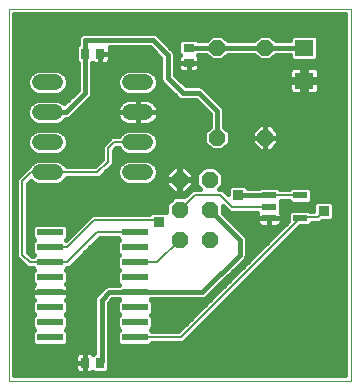
<source format=gtl>
G75*
G70*
%OFA0B0*%
%FSLAX24Y24*%
%IPPOS*%
%LPD*%
%AMOC8*
5,1,8,0,0,1.08239X$1,22.5*
%
%ADD10C,0.0000*%
%ADD11OC8,0.0560*%
%ADD12C,0.0520*%
%ADD13R,0.0472X0.0217*%
%ADD14R,0.0276X0.0354*%
%ADD15R,0.0354X0.0276*%
%ADD16OC8,0.0520*%
%ADD17R,0.0630X0.0551*%
%ADD18R,0.0866X0.0236*%
%ADD19C,0.0160*%
%ADD20C,0.0080*%
%ADD21R,0.0356X0.0356*%
D10*
X000181Y000181D02*
X000181Y012581D01*
X011581Y012581D01*
X011581Y000181D01*
X000181Y000181D01*
D11*
X005881Y004881D03*
X005881Y005881D03*
X005881Y006881D03*
X006881Y006881D03*
X006881Y005881D03*
X006881Y004881D03*
D12*
X004741Y007131D02*
X004221Y007131D01*
X004221Y008131D02*
X004741Y008131D01*
X004741Y009131D02*
X004221Y009131D01*
X004221Y010131D02*
X004741Y010131D01*
X001741Y010131D02*
X001221Y010131D01*
X001221Y009131D02*
X001741Y009131D01*
X001741Y008131D02*
X001221Y008131D01*
X001221Y007131D02*
X001741Y007131D01*
D13*
X008870Y006355D03*
X008870Y005981D03*
X008870Y005607D03*
X009893Y005607D03*
X009893Y006355D03*
D14*
X003237Y011081D03*
X002726Y011081D03*
X002726Y000781D03*
X003237Y000781D03*
D15*
X006181Y010776D03*
X006181Y011287D03*
D16*
X007131Y011281D03*
X008731Y011281D03*
X008731Y008281D03*
X007131Y008281D03*
D17*
X010031Y010180D03*
X010031Y011283D03*
D18*
X004399Y005131D03*
X004399Y004631D03*
X004399Y004131D03*
X004399Y003631D03*
X004399Y003131D03*
X004399Y002631D03*
X004399Y002131D03*
X004399Y001631D03*
X001564Y001631D03*
X001564Y002131D03*
X001564Y002631D03*
X001564Y003131D03*
X001564Y003631D03*
X001564Y004131D03*
X001564Y004631D03*
X001564Y005131D03*
D19*
X002063Y005409D02*
X001065Y005409D01*
X000971Y005316D01*
X000971Y004947D01*
X001037Y004881D01*
X000971Y004816D01*
X000971Y004447D01*
X001037Y004381D01*
X000987Y004331D01*
X000964Y004331D01*
X000831Y004464D01*
X000831Y006749D01*
X000921Y006838D01*
X000984Y006775D01*
X001138Y006711D01*
X001825Y006711D01*
X001979Y006775D01*
X002097Y006894D01*
X002113Y006931D01*
X003049Y006931D01*
X003214Y006931D01*
X003564Y007281D01*
X003681Y007399D01*
X003681Y007849D01*
X003764Y007931D01*
X003850Y007931D01*
X003865Y007894D01*
X003984Y007775D01*
X004138Y007711D01*
X004825Y007711D01*
X004979Y007775D01*
X005097Y007894D01*
X005161Y008048D01*
X005161Y008215D01*
X005097Y008369D01*
X004979Y008487D01*
X004825Y008551D01*
X004138Y008551D01*
X003984Y008487D01*
X003865Y008369D01*
X003850Y008331D01*
X003599Y008331D01*
X003481Y008214D01*
X003281Y008014D01*
X003281Y007849D01*
X003281Y007564D01*
X003049Y007331D01*
X002113Y007331D01*
X002097Y007369D01*
X001979Y007487D01*
X001825Y007551D01*
X001138Y007551D01*
X000984Y007487D01*
X000865Y007369D01*
X000850Y007331D01*
X000849Y007331D01*
X000549Y007031D01*
X000431Y006914D01*
X000431Y004464D01*
X000431Y004299D01*
X000799Y003931D01*
X000964Y003931D01*
X000987Y003931D01*
X001037Y003881D01*
X000971Y003816D01*
X000971Y003447D01*
X001023Y003395D01*
X001020Y003394D01*
X000987Y003360D01*
X000963Y003319D01*
X000951Y003273D01*
X000951Y003132D01*
X001564Y003132D01*
X001564Y003131D01*
X000951Y003131D01*
X000951Y002990D01*
X000963Y002944D01*
X000987Y002903D01*
X001020Y002869D01*
X001023Y002868D01*
X000971Y002816D01*
X000971Y002447D01*
X001037Y002381D01*
X000971Y002316D01*
X000971Y001947D01*
X001037Y001881D01*
X000971Y001816D01*
X000971Y001447D01*
X001065Y001353D01*
X002063Y001353D01*
X002157Y001447D01*
X002157Y001816D01*
X002091Y001881D01*
X002157Y001947D01*
X002157Y002316D01*
X002091Y002381D01*
X002157Y002447D01*
X002157Y002816D01*
X002105Y002868D01*
X002108Y002869D01*
X002141Y002903D01*
X002165Y002944D01*
X002177Y002990D01*
X002177Y003131D01*
X001564Y003131D01*
X001564Y003132D01*
X002177Y003132D01*
X002177Y003273D01*
X002165Y003319D01*
X002141Y003360D01*
X002108Y003394D01*
X002105Y003395D01*
X002157Y003447D01*
X002157Y003816D01*
X002091Y003881D01*
X002142Y003931D01*
X002214Y003931D01*
X003214Y004931D01*
X003821Y004931D01*
X003871Y004881D01*
X003806Y004816D01*
X003806Y004447D01*
X003871Y004381D01*
X003806Y004316D01*
X003806Y003947D01*
X003871Y003881D01*
X003806Y003816D01*
X003806Y003447D01*
X003871Y003381D01*
X003861Y003371D01*
X003579Y003371D01*
X003484Y003371D01*
X003395Y003335D01*
X003145Y003085D01*
X003078Y003017D01*
X003041Y002929D01*
X003041Y001119D01*
X003033Y001119D01*
X002996Y001081D01*
X002974Y001103D01*
X002933Y001126D01*
X002887Y001139D01*
X002726Y001139D01*
X002726Y000782D01*
X002725Y000782D01*
X002725Y001139D01*
X002564Y001139D01*
X002518Y001126D01*
X002477Y001103D01*
X002444Y001069D01*
X002420Y001028D01*
X002408Y000982D01*
X002408Y000782D01*
X002725Y000782D01*
X002725Y000781D01*
X002408Y000781D01*
X002408Y000581D01*
X002420Y000535D01*
X002444Y000494D01*
X002477Y000460D01*
X002518Y000437D01*
X002564Y000424D01*
X002725Y000424D01*
X002725Y000781D01*
X002726Y000781D01*
X002726Y000424D01*
X002887Y000424D01*
X002933Y000437D01*
X002974Y000460D01*
X002996Y000482D01*
X003033Y000444D01*
X003441Y000444D01*
X003535Y000538D01*
X003535Y001025D01*
X003521Y001039D01*
X003521Y002782D01*
X003631Y002891D01*
X003861Y002891D01*
X003871Y002881D01*
X003806Y002816D01*
X003806Y002447D01*
X003871Y002381D01*
X003806Y002316D01*
X003806Y001947D01*
X003871Y001881D01*
X003806Y001816D01*
X003806Y001447D01*
X003899Y001353D01*
X004898Y001353D01*
X004976Y001431D01*
X005834Y001431D01*
X006000Y001431D01*
X009908Y005339D01*
X010196Y005339D01*
X010288Y005431D01*
X010399Y005431D01*
X010564Y005431D01*
X010626Y005493D01*
X010926Y005493D01*
X011019Y005587D01*
X011019Y006076D01*
X010926Y006169D01*
X010437Y006169D01*
X010343Y006076D01*
X010343Y005831D01*
X010240Y005831D01*
X010196Y005876D01*
X009591Y005876D01*
X009497Y005782D01*
X009497Y005494D01*
X005834Y001831D01*
X004976Y001831D01*
X004926Y001881D01*
X004992Y001947D01*
X004992Y002316D01*
X004926Y002381D01*
X004992Y002447D01*
X004992Y002816D01*
X004926Y002881D01*
X004936Y002891D01*
X006584Y002891D01*
X006679Y002891D01*
X006767Y002928D01*
X008085Y004245D01*
X008121Y004334D01*
X008121Y004429D01*
X008121Y004834D01*
X008121Y004929D01*
X008085Y005017D01*
X007321Y005781D01*
X007321Y006009D01*
X007431Y005899D01*
X007549Y005781D01*
X008465Y005781D01*
X008453Y005739D01*
X008453Y005608D01*
X008869Y005608D01*
X008869Y005607D01*
X008453Y005607D01*
X008453Y005475D01*
X008466Y005430D01*
X008489Y005389D01*
X008523Y005355D01*
X008564Y005331D01*
X008610Y005319D01*
X008869Y005319D01*
X008869Y005607D01*
X008870Y005607D01*
X008870Y005608D01*
X009286Y005608D01*
X009286Y005739D01*
X009274Y005785D01*
X009263Y005804D01*
X009266Y005807D01*
X009266Y006155D01*
X009522Y006155D01*
X009591Y006087D01*
X010196Y006087D01*
X010289Y006181D01*
X010289Y006530D01*
X010196Y006624D01*
X009591Y006624D01*
X009522Y006555D01*
X009240Y006555D01*
X009172Y006624D01*
X008567Y006624D01*
X008539Y006595D01*
X008169Y006595D01*
X008169Y006626D01*
X008076Y006719D01*
X007587Y006719D01*
X007493Y006626D01*
X007493Y006402D01*
X007314Y006581D01*
X007204Y006581D01*
X007321Y006699D01*
X007321Y007064D01*
X007064Y007321D01*
X006699Y007321D01*
X006441Y007064D01*
X006441Y006699D01*
X006559Y006581D01*
X006299Y006581D01*
X006181Y006464D01*
X006039Y006321D01*
X005699Y006321D01*
X005441Y006064D01*
X005441Y005804D01*
X005426Y005819D01*
X004937Y005819D01*
X004849Y005731D01*
X002949Y005731D01*
X002831Y005614D01*
X002095Y004878D01*
X002091Y004881D01*
X002157Y004947D01*
X002157Y005316D01*
X002063Y005409D01*
X002157Y005255D02*
X002472Y005255D01*
X002313Y005096D02*
X002157Y005096D01*
X002148Y004938D02*
X002155Y004938D01*
X002631Y005413D02*
X000831Y005413D01*
X000831Y005572D02*
X002789Y005572D01*
X002948Y005730D02*
X000831Y005730D01*
X000831Y005889D02*
X005441Y005889D01*
X005441Y006048D02*
X000831Y006048D01*
X000831Y006206D02*
X005584Y006206D01*
X005691Y006421D02*
X005421Y006691D01*
X005421Y006871D01*
X005871Y006871D01*
X005871Y006891D01*
X005421Y006891D01*
X005421Y007072D01*
X005691Y007341D01*
X005871Y007341D01*
X005871Y006892D01*
X005891Y006892D01*
X005891Y007341D01*
X006072Y007341D01*
X006341Y007072D01*
X006341Y006891D01*
X005892Y006891D01*
X005892Y006871D01*
X006341Y006871D01*
X006341Y006691D01*
X006072Y006421D01*
X005891Y006421D01*
X005891Y006871D01*
X005871Y006871D01*
X005871Y006421D01*
X005691Y006421D01*
X005589Y006523D02*
X000831Y006523D01*
X000831Y006365D02*
X006082Y006365D01*
X006174Y006523D02*
X006240Y006523D01*
X006332Y006682D02*
X006459Y006682D01*
X006441Y006840D02*
X006341Y006840D01*
X006341Y006999D02*
X006441Y006999D01*
X006535Y007157D02*
X006256Y007157D01*
X006097Y007316D02*
X006694Y007316D01*
X007069Y007316D02*
X011401Y007316D01*
X011401Y007157D02*
X007228Y007157D01*
X007321Y006999D02*
X011401Y006999D01*
X011401Y006840D02*
X007321Y006840D01*
X007304Y006682D02*
X007549Y006682D01*
X007493Y006523D02*
X007372Y006523D01*
X007831Y006381D02*
X007857Y006355D01*
X008870Y006355D01*
X009266Y006048D02*
X010343Y006048D01*
X010343Y005889D02*
X009266Y005889D01*
X009286Y005730D02*
X009497Y005730D01*
X009497Y005572D02*
X009286Y005572D01*
X009286Y005607D02*
X008870Y005607D01*
X008870Y005319D01*
X009130Y005319D01*
X009175Y005331D01*
X009216Y005355D01*
X009250Y005389D01*
X009274Y005430D01*
X009286Y005475D01*
X009286Y005607D01*
X009264Y005413D02*
X009416Y005413D01*
X009258Y005255D02*
X007847Y005255D01*
X007689Y005413D02*
X008475Y005413D01*
X008453Y005572D02*
X007530Y005572D01*
X007372Y005730D02*
X008453Y005730D01*
X008869Y005572D02*
X008870Y005572D01*
X008869Y005413D02*
X008870Y005413D01*
X009099Y005096D02*
X008006Y005096D01*
X008118Y004938D02*
X008941Y004938D01*
X008782Y004779D02*
X008121Y004779D01*
X008121Y004621D02*
X008624Y004621D01*
X008465Y004462D02*
X008121Y004462D01*
X008109Y004304D02*
X008307Y004304D01*
X008148Y004145D02*
X007984Y004145D01*
X007989Y003986D02*
X007826Y003986D01*
X007831Y003828D02*
X007667Y003828D01*
X007672Y003669D02*
X007509Y003669D01*
X007514Y003511D02*
X007350Y003511D01*
X007355Y003352D02*
X007192Y003352D01*
X007197Y003194D02*
X007033Y003194D01*
X007038Y003035D02*
X006875Y003035D01*
X006880Y002877D02*
X004931Y002877D01*
X004992Y002718D02*
X006721Y002718D01*
X006563Y002560D02*
X004992Y002560D01*
X004946Y002401D02*
X006404Y002401D01*
X006246Y002242D02*
X004992Y002242D01*
X004992Y002084D02*
X006087Y002084D01*
X005928Y001925D02*
X004970Y001925D01*
X003827Y001925D02*
X003521Y001925D01*
X003521Y001767D02*
X003806Y001767D01*
X003806Y001608D02*
X003521Y001608D01*
X003521Y001450D02*
X003806Y001450D01*
X003521Y001291D02*
X011401Y001291D01*
X011401Y001450D02*
X006018Y001450D01*
X006177Y001608D02*
X011401Y001608D01*
X011401Y001767D02*
X006335Y001767D01*
X006494Y001925D02*
X011401Y001925D01*
X011401Y002084D02*
X006653Y002084D01*
X006811Y002242D02*
X011401Y002242D01*
X011401Y002401D02*
X006970Y002401D01*
X007128Y002560D02*
X011401Y002560D01*
X011401Y002718D02*
X007287Y002718D01*
X007445Y002877D02*
X011401Y002877D01*
X011401Y003035D02*
X007604Y003035D01*
X007762Y003194D02*
X011401Y003194D01*
X011401Y003352D02*
X007921Y003352D01*
X008079Y003511D02*
X011401Y003511D01*
X011401Y003669D02*
X008238Y003669D01*
X008397Y003828D02*
X011401Y003828D01*
X011401Y003986D02*
X008555Y003986D01*
X008714Y004145D02*
X011401Y004145D01*
X011401Y004304D02*
X008872Y004304D01*
X009031Y004462D02*
X011401Y004462D01*
X011401Y004621D02*
X009189Y004621D01*
X009348Y004779D02*
X011401Y004779D01*
X011401Y004938D02*
X009506Y004938D01*
X009665Y005096D02*
X011401Y005096D01*
X011401Y005255D02*
X009823Y005255D01*
X010270Y005413D02*
X011401Y005413D01*
X011401Y005572D02*
X011004Y005572D01*
X011019Y005730D02*
X011401Y005730D01*
X011401Y005889D02*
X011019Y005889D01*
X011019Y006048D02*
X011401Y006048D01*
X011401Y006206D02*
X010289Y006206D01*
X010289Y006365D02*
X011401Y006365D01*
X011401Y006523D02*
X010289Y006523D01*
X011401Y006682D02*
X008114Y006682D01*
X007441Y005889D02*
X007321Y005889D01*
X006881Y005881D02*
X007881Y004881D01*
X007881Y004381D01*
X006631Y003131D01*
X004399Y003131D01*
X003531Y003131D01*
X003281Y002881D01*
X003281Y000826D01*
X003237Y000781D01*
X003535Y000816D02*
X011401Y000816D01*
X011401Y000974D02*
X003535Y000974D01*
X003521Y001133D02*
X011401Y001133D01*
X011401Y000657D02*
X003535Y000657D01*
X003496Y000499D02*
X011401Y000499D01*
X011401Y000361D02*
X011401Y012401D01*
X000361Y012401D01*
X000361Y000361D01*
X011401Y000361D01*
X005891Y006523D02*
X005871Y006523D01*
X005871Y006682D02*
X005891Y006682D01*
X005891Y006840D02*
X005871Y006840D01*
X005871Y006999D02*
X005891Y006999D01*
X005891Y007157D02*
X005871Y007157D01*
X005871Y007316D02*
X005891Y007316D01*
X005665Y007316D02*
X005120Y007316D01*
X005097Y007369D02*
X004979Y007487D01*
X004825Y007551D01*
X004138Y007551D01*
X003984Y007487D01*
X003865Y007369D01*
X003801Y007215D01*
X003801Y007048D01*
X003865Y006894D01*
X003984Y006775D01*
X004138Y006711D01*
X004825Y006711D01*
X004979Y006775D01*
X005097Y006894D01*
X005161Y007048D01*
X005161Y007215D01*
X005097Y007369D01*
X004992Y007474D02*
X011401Y007474D01*
X011401Y007633D02*
X003681Y007633D01*
X003681Y007791D02*
X003967Y007791D01*
X003970Y007474D02*
X003681Y007474D01*
X003599Y007316D02*
X003843Y007316D01*
X003801Y007157D02*
X003440Y007157D01*
X003282Y006999D02*
X003822Y006999D01*
X003919Y006840D02*
X002044Y006840D01*
X001992Y007474D02*
X003192Y007474D01*
X003281Y007633D02*
X000361Y007633D01*
X000361Y007791D02*
X000967Y007791D01*
X000984Y007775D02*
X001138Y007711D01*
X001825Y007711D01*
X001979Y007775D01*
X002097Y007894D01*
X002161Y008048D01*
X002161Y008215D01*
X002097Y008369D01*
X001979Y008487D01*
X001825Y008551D01*
X001138Y008551D01*
X000984Y008487D01*
X000865Y008369D01*
X000801Y008215D01*
X000801Y008048D01*
X000865Y007894D01*
X000984Y007775D01*
X000842Y007950D02*
X000361Y007950D01*
X000361Y008109D02*
X000801Y008109D01*
X000823Y008267D02*
X000361Y008267D01*
X000361Y008426D02*
X000922Y008426D01*
X001062Y008743D02*
X000361Y008743D01*
X000361Y008584D02*
X006840Y008584D01*
X006891Y008635D02*
X006711Y008455D01*
X006711Y008107D01*
X006957Y007861D01*
X007305Y007861D01*
X007551Y008107D01*
X007551Y008455D01*
X007371Y008635D01*
X007371Y009134D01*
X007371Y009229D01*
X007335Y009317D01*
X006735Y009917D01*
X006667Y009985D01*
X006579Y010021D01*
X006081Y010021D01*
X005721Y010381D01*
X005721Y010984D01*
X005721Y011079D01*
X005685Y011167D01*
X005185Y011667D01*
X005117Y011735D01*
X005029Y011771D01*
X002779Y011771D01*
X002684Y011771D01*
X002595Y011735D01*
X002528Y011667D01*
X002491Y011579D01*
X002491Y011389D01*
X002428Y011325D01*
X002428Y010838D01*
X002491Y010774D01*
X002491Y009881D01*
X002039Y009428D01*
X001979Y009487D01*
X001825Y009551D01*
X001138Y009551D01*
X000984Y009487D01*
X000865Y009369D01*
X000801Y009215D01*
X000801Y009048D01*
X000865Y008894D01*
X000984Y008775D01*
X001138Y008711D01*
X001825Y008711D01*
X001979Y008775D01*
X002095Y008891D01*
X002129Y008891D01*
X002217Y008928D01*
X002867Y009578D01*
X002935Y009645D01*
X002971Y009734D01*
X002971Y010778D01*
X002989Y010760D01*
X003030Y010737D01*
X003076Y010724D01*
X003237Y010724D01*
X003237Y011081D01*
X003237Y011081D01*
X003237Y010724D01*
X003399Y010724D01*
X003445Y010737D01*
X003486Y010760D01*
X003519Y010794D01*
X003543Y010835D01*
X003555Y010881D01*
X003555Y011081D01*
X003238Y011081D01*
X003238Y011082D01*
X003555Y011082D01*
X003555Y011282D01*
X003553Y011291D01*
X004882Y011291D01*
X005241Y010932D01*
X005241Y010234D01*
X005278Y010145D01*
X005345Y010078D01*
X005845Y009578D01*
X005934Y009541D01*
X006029Y009541D01*
X006432Y009541D01*
X006891Y009082D01*
X006891Y008635D01*
X006891Y008743D02*
X004948Y008743D01*
X004972Y008755D02*
X004910Y008724D01*
X004844Y008702D01*
X004776Y008691D01*
X004482Y008691D01*
X004482Y009131D01*
X004482Y009132D01*
X004481Y009132D01*
X004481Y009571D01*
X004187Y009571D01*
X004118Y009561D01*
X004052Y009539D01*
X003991Y009508D01*
X003935Y009467D01*
X003886Y009418D01*
X003845Y009362D01*
X003814Y009300D01*
X003792Y009234D01*
X003781Y009166D01*
X003781Y009132D01*
X004481Y009132D01*
X004481Y009131D01*
X004482Y009131D01*
X005181Y009131D01*
X005181Y009097D01*
X005171Y009028D01*
X005149Y008962D01*
X005118Y008901D01*
X006891Y008901D01*
X006891Y009060D02*
X005176Y009060D01*
X005181Y009132D02*
X005181Y009166D01*
X005171Y009234D01*
X005149Y009300D01*
X005118Y009362D01*
X005077Y009418D01*
X005028Y009467D01*
X004972Y009508D01*
X004910Y009539D01*
X004844Y009561D01*
X004776Y009571D01*
X004482Y009571D01*
X004482Y009132D01*
X005181Y009132D01*
X005173Y009218D02*
X006755Y009218D01*
X006596Y009377D02*
X005107Y009377D01*
X004918Y009535D02*
X006438Y009535D01*
X006531Y009781D02*
X005981Y009781D01*
X005481Y010281D01*
X005481Y011031D01*
X004981Y011531D01*
X002731Y011531D01*
X002731Y011087D01*
X002726Y011081D01*
X002731Y011076D01*
X002731Y009781D01*
X002081Y009131D01*
X001481Y009131D01*
X001901Y008743D02*
X004015Y008743D01*
X003991Y008755D02*
X004052Y008724D01*
X004118Y008702D01*
X004187Y008691D01*
X004481Y008691D01*
X004481Y009131D01*
X003781Y009131D01*
X003781Y009097D01*
X003792Y009028D01*
X003814Y008962D01*
X003845Y008901D01*
X003886Y008845D01*
X003935Y008796D01*
X003991Y008755D01*
X003845Y008901D02*
X002153Y008901D01*
X002349Y009060D02*
X003787Y009060D01*
X003790Y009218D02*
X002508Y009218D01*
X002666Y009377D02*
X003856Y009377D01*
X004045Y009535D02*
X002825Y009535D01*
X002955Y009694D02*
X005729Y009694D01*
X005571Y009853D02*
X005056Y009853D01*
X005097Y009894D02*
X005161Y010048D01*
X005161Y010215D01*
X005097Y010369D01*
X004979Y010487D01*
X004825Y010551D01*
X004138Y010551D01*
X003984Y010487D01*
X003865Y010369D01*
X003801Y010215D01*
X003801Y010048D01*
X003865Y009894D01*
X003984Y009775D01*
X004138Y009711D01*
X004825Y009711D01*
X004979Y009775D01*
X005097Y009894D01*
X005146Y010011D02*
X005412Y010011D01*
X005268Y010170D02*
X005161Y010170D01*
X005114Y010328D02*
X005241Y010328D01*
X005241Y010487D02*
X004980Y010487D01*
X005241Y010645D02*
X002971Y010645D01*
X002971Y010487D02*
X003983Y010487D01*
X003848Y010328D02*
X002971Y010328D01*
X002971Y010170D02*
X003801Y010170D01*
X003817Y010011D02*
X002971Y010011D01*
X002971Y009853D02*
X003906Y009853D01*
X004481Y009535D02*
X004482Y009535D01*
X004481Y009377D02*
X004482Y009377D01*
X004481Y009218D02*
X004482Y009218D01*
X004481Y009060D02*
X004482Y009060D01*
X004481Y008901D02*
X004482Y008901D01*
X004481Y008743D02*
X004482Y008743D01*
X004972Y008755D02*
X005028Y008796D01*
X005077Y008845D01*
X005118Y008901D01*
X005041Y008426D02*
X006711Y008426D01*
X006711Y008267D02*
X005140Y008267D01*
X005161Y008109D02*
X006711Y008109D01*
X006869Y007950D02*
X005121Y007950D01*
X004995Y007791D02*
X011401Y007791D01*
X011401Y007950D02*
X009022Y007950D01*
X008914Y007841D02*
X009171Y008099D01*
X009171Y008281D01*
X008732Y008281D01*
X008732Y008282D01*
X008731Y008282D01*
X008731Y008721D01*
X008549Y008721D01*
X008291Y008464D01*
X008291Y008282D01*
X008731Y008282D01*
X008731Y008281D01*
X008291Y008281D01*
X008291Y008099D01*
X008549Y007841D01*
X008731Y007841D01*
X008731Y008281D01*
X008732Y008281D01*
X008732Y007841D01*
X008914Y007841D01*
X008732Y007950D02*
X008731Y007950D01*
X008731Y008109D02*
X008732Y008109D01*
X008731Y008267D02*
X008732Y008267D01*
X008732Y008282D02*
X009171Y008282D01*
X009171Y008464D01*
X008914Y008721D01*
X008732Y008721D01*
X008732Y008282D01*
X008731Y008426D02*
X008732Y008426D01*
X008731Y008584D02*
X008732Y008584D01*
X009051Y008584D02*
X011401Y008584D01*
X011401Y008426D02*
X009171Y008426D01*
X009171Y008267D02*
X011401Y008267D01*
X011401Y008109D02*
X009171Y008109D01*
X008441Y007950D02*
X007394Y007950D01*
X007551Y008109D02*
X008291Y008109D01*
X008291Y008267D02*
X007551Y008267D01*
X007551Y008426D02*
X008291Y008426D01*
X008412Y008584D02*
X007423Y008584D01*
X007371Y008743D02*
X011401Y008743D01*
X011401Y008901D02*
X007371Y008901D01*
X007371Y009060D02*
X011401Y009060D01*
X011401Y009218D02*
X007371Y009218D01*
X007275Y009377D02*
X011401Y009377D01*
X011401Y009535D02*
X007117Y009535D01*
X006958Y009694D02*
X011401Y009694D01*
X011401Y009853D02*
X010519Y009853D01*
X010514Y009835D02*
X010526Y009881D01*
X010526Y010122D01*
X010089Y010122D01*
X010089Y009725D01*
X010370Y009725D01*
X010416Y009737D01*
X010457Y009761D01*
X010490Y009794D01*
X010514Y009835D01*
X010526Y010011D02*
X011401Y010011D01*
X011401Y010170D02*
X010089Y010170D01*
X010089Y010122D02*
X010089Y010238D01*
X009974Y010238D01*
X009974Y010636D01*
X009693Y010636D01*
X009647Y010624D01*
X009606Y010600D01*
X009572Y010566D01*
X009549Y010525D01*
X009536Y010480D01*
X009536Y010238D01*
X009973Y010238D01*
X009973Y010122D01*
X009536Y010122D01*
X009536Y009881D01*
X009549Y009835D01*
X009572Y009794D01*
X009606Y009761D01*
X009647Y009737D01*
X009693Y009725D01*
X009974Y009725D01*
X009974Y010122D01*
X010089Y010122D01*
X010089Y010011D02*
X009974Y010011D01*
X009974Y009853D02*
X010089Y009853D01*
X009973Y010170D02*
X005933Y010170D01*
X005774Y010328D02*
X009536Y010328D01*
X009538Y010487D02*
X006457Y010487D01*
X006469Y010494D02*
X006503Y010527D01*
X006526Y010568D01*
X006539Y010614D01*
X006539Y010775D01*
X006182Y010775D01*
X006182Y010776D01*
X006539Y010776D01*
X006539Y010937D01*
X006526Y010983D01*
X006503Y011024D01*
X006481Y011046D01*
X006483Y011047D01*
X006772Y011047D01*
X006957Y010861D01*
X007305Y010861D01*
X007485Y011041D01*
X008377Y011041D01*
X008557Y010861D01*
X008905Y010861D01*
X009085Y011041D01*
X009556Y011041D01*
X009556Y010941D01*
X009650Y010847D01*
X010413Y010847D01*
X010506Y010941D01*
X010506Y011624D01*
X010413Y011718D01*
X009650Y011718D01*
X009556Y011624D01*
X009556Y011521D01*
X009085Y011521D01*
X008905Y011701D01*
X008557Y011701D01*
X008377Y011521D01*
X007485Y011521D01*
X007305Y011701D01*
X006957Y011701D01*
X006783Y011527D01*
X006483Y011527D01*
X006425Y011585D01*
X005938Y011585D01*
X005844Y011491D01*
X005844Y011083D01*
X005882Y011046D01*
X005860Y011024D01*
X005837Y010983D01*
X005824Y010937D01*
X005824Y010776D01*
X006181Y010776D01*
X006181Y010775D01*
X006182Y010775D01*
X006182Y010458D01*
X006382Y010458D01*
X006428Y010470D01*
X006469Y010494D01*
X006539Y010645D02*
X011401Y010645D01*
X011401Y010487D02*
X010524Y010487D01*
X010526Y010480D02*
X010514Y010525D01*
X010490Y010566D01*
X010457Y010600D01*
X010416Y010624D01*
X010370Y010636D01*
X010089Y010636D01*
X010089Y010238D01*
X010526Y010238D01*
X010526Y010480D01*
X010526Y010328D02*
X011401Y010328D01*
X011401Y010804D02*
X006539Y010804D01*
X006532Y010962D02*
X006856Y010962D01*
X007131Y011281D02*
X008731Y011281D01*
X010030Y011281D01*
X010031Y011283D01*
X010506Y011279D02*
X011401Y011279D01*
X011401Y011121D02*
X010506Y011121D01*
X010506Y010962D02*
X011401Y010962D01*
X011401Y011438D02*
X010506Y011438D01*
X010506Y011597D02*
X011401Y011597D01*
X011401Y011755D02*
X005069Y011755D01*
X005256Y011597D02*
X006853Y011597D01*
X007126Y011287D02*
X007131Y011281D01*
X007126Y011287D02*
X006181Y011287D01*
X005844Y011279D02*
X005573Y011279D01*
X005704Y011121D02*
X005844Y011121D01*
X005831Y010962D02*
X005721Y010962D01*
X005721Y010804D02*
X005824Y010804D01*
X005824Y010775D02*
X005824Y010614D01*
X005837Y010568D01*
X005860Y010527D01*
X005894Y010494D01*
X005935Y010470D01*
X005981Y010458D01*
X006181Y010458D01*
X006181Y010775D01*
X005824Y010775D01*
X005824Y010645D02*
X005721Y010645D01*
X005721Y010487D02*
X005906Y010487D01*
X006181Y010487D02*
X006182Y010487D01*
X006181Y010645D02*
X006182Y010645D01*
X006604Y010011D02*
X009536Y010011D01*
X009544Y009853D02*
X006800Y009853D01*
X006531Y009781D02*
X007131Y009181D01*
X007131Y008281D01*
X005507Y007157D02*
X005161Y007157D01*
X005141Y006999D02*
X005421Y006999D01*
X005421Y006840D02*
X005044Y006840D01*
X005431Y006682D02*
X000831Y006682D01*
X000431Y006682D02*
X000361Y006682D01*
X000361Y006523D02*
X000431Y006523D01*
X000431Y006365D02*
X000361Y006365D01*
X000361Y006206D02*
X000431Y006206D01*
X000431Y006048D02*
X000361Y006048D01*
X000361Y005889D02*
X000431Y005889D01*
X000431Y005730D02*
X000361Y005730D01*
X000361Y005572D02*
X000431Y005572D01*
X000431Y005413D02*
X000361Y005413D01*
X000361Y005255D02*
X000431Y005255D01*
X000431Y005096D02*
X000361Y005096D01*
X000361Y004938D02*
X000431Y004938D01*
X000431Y004779D02*
X000361Y004779D01*
X000361Y004621D02*
X000431Y004621D01*
X000431Y004462D02*
X000361Y004462D01*
X000361Y004304D02*
X000431Y004304D01*
X000361Y004145D02*
X000585Y004145D01*
X000744Y003986D02*
X000361Y003986D01*
X000361Y003828D02*
X000983Y003828D01*
X000971Y003669D02*
X000361Y003669D01*
X000361Y003511D02*
X000971Y003511D01*
X000983Y003352D02*
X000361Y003352D01*
X000361Y003194D02*
X000951Y003194D01*
X000951Y003035D02*
X000361Y003035D01*
X000361Y002877D02*
X001013Y002877D01*
X000971Y002718D02*
X000361Y002718D01*
X000361Y002560D02*
X000971Y002560D01*
X001017Y002401D02*
X000361Y002401D01*
X000361Y002242D02*
X000971Y002242D01*
X000971Y002084D02*
X000361Y002084D01*
X000361Y001925D02*
X000993Y001925D01*
X000971Y001767D02*
X000361Y001767D01*
X000361Y001608D02*
X000971Y001608D01*
X000971Y001450D02*
X000361Y001450D01*
X000361Y001291D02*
X003041Y001291D01*
X003041Y001450D02*
X002157Y001450D01*
X002157Y001608D02*
X003041Y001608D01*
X003041Y001767D02*
X002157Y001767D01*
X002135Y001925D02*
X003041Y001925D01*
X003041Y002084D02*
X002157Y002084D01*
X002157Y002242D02*
X003041Y002242D01*
X003041Y002401D02*
X002111Y002401D01*
X002157Y002560D02*
X003041Y002560D01*
X003041Y002718D02*
X002157Y002718D01*
X002115Y002877D02*
X003041Y002877D01*
X003096Y003035D02*
X002177Y003035D01*
X002177Y003194D02*
X003254Y003194D01*
X003438Y003352D02*
X002146Y003352D01*
X002157Y003511D02*
X003806Y003511D01*
X003806Y003669D02*
X002157Y003669D01*
X002145Y003828D02*
X003818Y003828D01*
X003806Y003986D02*
X002269Y003986D01*
X002428Y004145D02*
X003806Y004145D01*
X003806Y004304D02*
X002586Y004304D01*
X002745Y004462D02*
X003806Y004462D01*
X003806Y004621D02*
X002903Y004621D01*
X003062Y004779D02*
X003806Y004779D01*
X003867Y002877D02*
X003616Y002877D01*
X003521Y002718D02*
X003806Y002718D01*
X003806Y002560D02*
X003521Y002560D01*
X003521Y002401D02*
X003852Y002401D01*
X003806Y002242D02*
X003521Y002242D01*
X003521Y002084D02*
X003806Y002084D01*
X003041Y001133D02*
X002909Y001133D01*
X002726Y001133D02*
X002725Y001133D01*
X002725Y000974D02*
X002726Y000974D01*
X002725Y000816D02*
X002726Y000816D01*
X002725Y000657D02*
X002726Y000657D01*
X002725Y000499D02*
X002726Y000499D01*
X002441Y000499D02*
X000361Y000499D01*
X000361Y000657D02*
X002408Y000657D01*
X002408Y000816D02*
X000361Y000816D01*
X000361Y000974D02*
X002408Y000974D01*
X002542Y001133D02*
X000361Y001133D01*
X000834Y004462D02*
X000971Y004462D01*
X000971Y004621D02*
X000831Y004621D01*
X000831Y004779D02*
X000971Y004779D01*
X000980Y004938D02*
X000831Y004938D01*
X000831Y005096D02*
X000971Y005096D01*
X000971Y005255D02*
X000831Y005255D01*
X000431Y006840D02*
X000361Y006840D01*
X000361Y006999D02*
X000516Y006999D01*
X000361Y007157D02*
X000674Y007157D01*
X000833Y007316D02*
X000361Y007316D01*
X000361Y007474D02*
X000970Y007474D01*
X001995Y007791D02*
X003281Y007791D01*
X003281Y007950D02*
X002121Y007950D01*
X002161Y008109D02*
X003376Y008109D01*
X003534Y008267D02*
X002140Y008267D01*
X002041Y008426D02*
X003922Y008426D01*
X002463Y009853D02*
X002056Y009853D01*
X002097Y009894D02*
X002161Y010048D01*
X002161Y010215D01*
X002097Y010369D01*
X001979Y010487D01*
X001825Y010551D01*
X001138Y010551D01*
X000984Y010487D01*
X000865Y010369D01*
X000801Y010215D01*
X000801Y010048D01*
X000865Y009894D01*
X000984Y009775D01*
X001138Y009711D01*
X001825Y009711D01*
X001979Y009775D01*
X002097Y009894D01*
X002146Y010011D02*
X002491Y010011D01*
X002491Y010170D02*
X002161Y010170D01*
X002114Y010328D02*
X002491Y010328D01*
X002491Y010487D02*
X001980Y010487D01*
X002491Y010645D02*
X000361Y010645D01*
X000361Y010487D02*
X000983Y010487D01*
X000848Y010328D02*
X000361Y010328D01*
X000361Y010170D02*
X000801Y010170D01*
X000817Y010011D02*
X000361Y010011D01*
X000361Y009853D02*
X000906Y009853D01*
X001099Y009535D02*
X000361Y009535D01*
X000361Y009694D02*
X002305Y009694D01*
X002146Y009535D02*
X001863Y009535D01*
X000873Y009377D02*
X000361Y009377D01*
X000361Y009218D02*
X000803Y009218D01*
X000801Y009060D02*
X000361Y009060D01*
X000361Y008901D02*
X000862Y008901D01*
X000361Y010804D02*
X002462Y010804D01*
X002428Y010962D02*
X000361Y010962D01*
X000361Y011121D02*
X002428Y011121D01*
X002428Y011279D02*
X000361Y011279D01*
X000361Y011438D02*
X002491Y011438D01*
X002499Y011597D02*
X000361Y011597D01*
X000361Y011755D02*
X002644Y011755D01*
X003237Y010962D02*
X003237Y010962D01*
X003237Y010804D02*
X003237Y010804D01*
X003525Y010804D02*
X005241Y010804D01*
X005211Y010962D02*
X003555Y010962D01*
X003555Y011121D02*
X005052Y011121D01*
X004894Y011279D02*
X003555Y011279D01*
X005414Y011438D02*
X005844Y011438D01*
X007410Y011597D02*
X008453Y011597D01*
X009010Y011597D02*
X009556Y011597D01*
X009556Y010962D02*
X009006Y010962D01*
X008456Y010962D02*
X007406Y010962D01*
X009974Y010487D02*
X010089Y010487D01*
X010089Y010328D02*
X009974Y010328D01*
X011401Y011914D02*
X000361Y011914D01*
X000361Y012072D02*
X011401Y012072D01*
X011401Y012231D02*
X000361Y012231D01*
X000361Y012389D02*
X011401Y012389D01*
D20*
X009893Y006355D02*
X008870Y006355D01*
X008870Y005981D02*
X007631Y005981D01*
X007231Y006381D01*
X006381Y006381D01*
X005881Y005881D01*
X005181Y005481D02*
X005131Y005531D01*
X003031Y005531D01*
X002131Y004631D01*
X001564Y004631D01*
X001564Y004131D02*
X000881Y004131D01*
X000631Y004381D01*
X000631Y006831D01*
X000931Y007131D01*
X001481Y007131D01*
X003131Y007131D01*
X003481Y007481D01*
X003481Y007931D01*
X003681Y008131D01*
X004481Y008131D01*
X004399Y005131D02*
X003131Y005131D01*
X002131Y004131D01*
X001564Y004131D01*
X004399Y004131D02*
X005131Y004131D01*
X005881Y004881D01*
X005917Y001631D02*
X004399Y001631D01*
X005917Y001631D02*
X009893Y005607D01*
X009917Y005631D02*
X010481Y005631D01*
X010681Y005831D01*
D21*
X010681Y005831D03*
X007831Y006381D03*
X005181Y005481D03*
M02*

</source>
